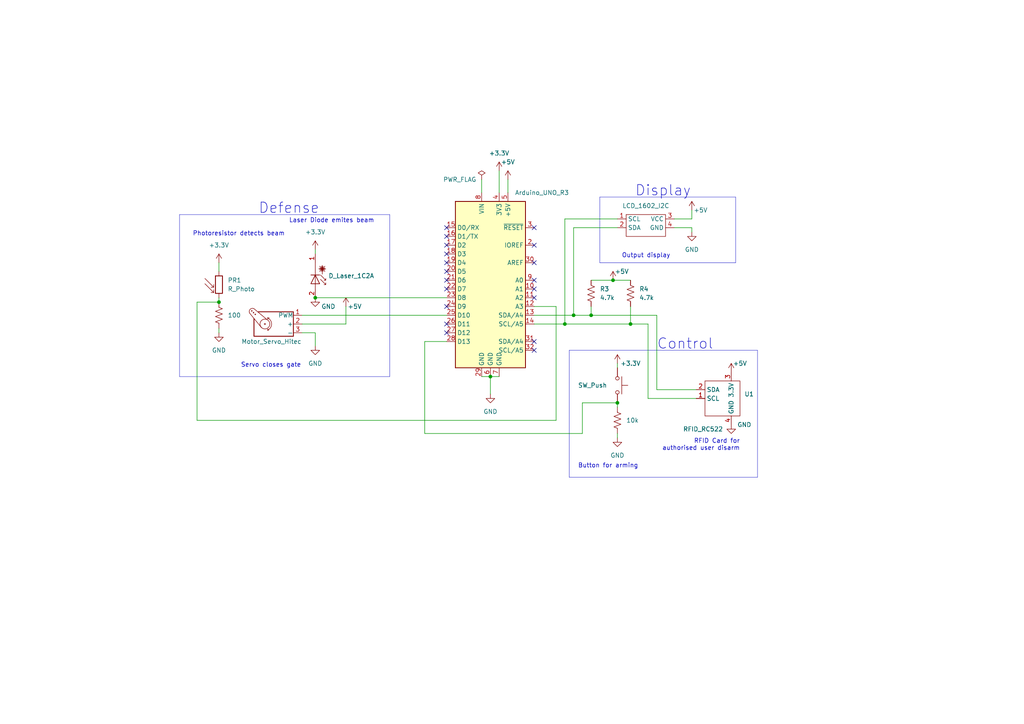
<source format=kicad_sch>
(kicad_sch (version 20211123) (generator eeschema)
  (paper "A4")
  (title_block (title "Laser Security System - Schematic") (date "10/26/2022") (rev "0.5") (company "ECE411 Group 10 Practicum"))
  (lib_symbols
    (symbol "Device:D_Laser_1C2A" (pin_names (offset 1.016) hide)
      (property "Reference" "LD" (at -1.27 4.445 0))
      (property "Value" "D_Laser_1C2A" (at -1.27 -2.54 0))
      (symbol "D_Laser_1C2A_0_1"
        (polyline (pts (xy -4.064 1.27) (xy -2.54 2.794)))
        (polyline (pts (xy -4.064 1.778) (xy -2.54 2.286)))
        (polyline (pts (xy -4.064 2.286) (xy -2.54 1.778)))
        (polyline (pts (xy -4.064 2.794) (xy -2.54 1.27)))
        (polyline (pts (xy -3.556 2.794) (xy -3.048 1.27)))
        (polyline (pts (xy -3.302 2.032) (xy -3.302 1.016)))
        (polyline (pts (xy -3.302 2.032) (xy -3.302 3.048)))
        (polyline (pts (xy -3.048 2.794) (xy -3.556 1.27)))
        (polyline (pts (xy -1.778 2.032) (xy -4.318 2.032)))
        (polyline (pts (xy -1.524 1.27) (xy -1.524 -1.27)) (stroke (width 0.2032)))
        (polyline (pts (xy 1.27 3.048) (xy 0.762 3.048)))
        (polyline (pts (xy 2.54 0) (xy -5.08 0)))
        (polyline (pts (xy -0.254 1.524) (xy 1.27 3.048) (xy 1.27 2.54)))
        (polyline (pts (xy 1.016 1.27) (xy 1.016 -1.27) (xy -1.524 0) (xy 1.016 1.27)) (stroke (width 0.2032)))
        (polyline (pts (xy -1.524 1.524) (xy 0 3.048) (xy 0 2.54) (xy 0 3.048) (xy -0.508 3.048)))
      )
      (symbol "D_Laser_1C2A_1_1"
        (pin passive line (at -7.62 0 0) (length 2.54) (name "K") (number "1"))
        (pin passive line (at 5.08 0 180) (length 2.54) (name "A") (number "2"))
      )
    )
    (symbol "Device:R_Photo" (pin_numbers hide) (pin_names (offset 0))
      (property "Reference" "R" (at 1.27 1.27 0))
      (property "Value" "R_Photo" (at 1.27 0 0))
      (symbol "R_Photo_0_1"
        (rectangle (start -1.016 2.54) (end 1.016 -2.54) (stroke (width 0.254)))
        (polyline (pts (xy -1.524 -2.286) (xy -4.064 0.254)))
        (polyline (pts (xy -1.524 -2.286) (xy -2.286 -2.286)))
        (polyline (pts (xy -1.524 -2.286) (xy -1.524 -1.524)))
        (polyline (pts (xy -1.524 -0.762) (xy -4.064 1.778)))
        (polyline (pts (xy -1.524 -0.762) (xy -2.286 -0.762)))
        (polyline (pts (xy -1.524 -0.762) (xy -1.524 0)))
      )
      (symbol "R_Photo_1_1"
        (pin passive line (at 0 3.81 270) (length 1.27) (name "~") (number "1"))
        (pin passive line (at 0 -3.81 90) (length 1.27) (name "~") (number "2"))
      )
    )
    (symbol "Device:R_US" (pin_numbers hide) (pin_names (offset 0))
      (property "Reference" "R" (at 2.54 0 90))
      (property "Value" "R_US" (at -2.54 0 90))
      (symbol "R_US_0_1"
        (polyline (pts (xy 0 -2.286) (xy 0 -2.54)))
        (polyline (pts (xy 0 2.286) (xy 0 2.54)))
        (polyline (pts (xy 0 -0.762) (xy 1.016 -1.143) (xy 0 -1.524) (xy -1.016 -1.905) (xy 0 -2.286)))
        (polyline (pts (xy 0 0.762) (xy 1.016 0.381) (xy 0 0) (xy -1.016 -0.381) (xy 0 -0.762)))
        (polyline (pts (xy 0 2.286) (xy 1.016 1.905) (xy 0 1.524) (xy -1.016 1.143) (xy 0 0.762)))
      )
      (symbol "R_US_1_1"
        (pin passive line (at 0 3.81 270) (length 1.27) (name "~") (number "1"))
        (pin passive line (at 0 -3.81 90) (length 1.27) (name "~") (number "2"))
      )
    )
    (symbol "I2C:LCD_1602_I2C"
      (property "Value" "LCD_1602_I2C" (at 3.175 7.62 0))
      (symbol "LCD_1602_I2C_0_1"
        (rectangle (start -2.54 5.08) (end 8.89 -1.27))
      )
      (symbol "LCD_1602_I2C_1_1"
        (pin input line (at -5.08 3.81 0) (length 2.54) (name "SCL") (number "1"))
        (pin input line (at -5.08 1.27 0) (length 2.54) (name "SDA") (number "2"))
        (pin power_in line (at 11.43 3.81 180) (length 2.54) (name "VCC") (number "3"))
        (pin power_in line (at 11.43 1.27 180) (length 2.54) (name "GND") (number "4"))
      )
    )
    (symbol "I2C:RFID_RC522"
      (property "Reference" "U1" (at 6.35 -2.5399 0))
      (property "Value" "RFID_RC522" (at -11.43 -12.7 0))
      (symbol "RFID_RC522_0_1"
        (rectangle (start -5.08 1.27) (end 5.08 -8.89))
      )
      (symbol "RFID_RC522_1_1"
        (pin input line (at -7.62 -3.81 0) (length 2.54) (name "SCL") (number "1"))
        (pin input line (at -7.62 -1.27 0) (length 2.54) (name "SDA") (number "2"))
        (pin power_in line (at 2.54 3.81 270) (length 2.54) (name "3.3V") (number "3"))
        (pin power_in line (at 2.54 -11.43 90) (length 2.54) (name "GND") (number "4"))
      )
    )
    (symbol "MCU_Module:Arduino_UNO_R3"
      (property "Reference" "A" (at -10.16 23.495 0))
      (property "Value" "Arduino_UNO_R3" (at 5.08 -26.67 0))
      (symbol "Arduino_UNO_R3_0_1"
        (rectangle (start -10.16 22.86) (end 10.16 -25.4) (stroke (width 0.254)) (fill (type background)))
      )
      (symbol "Arduino_UNO_R3_1_1"
        (pin no_connect line (at -10.16 -20.32 0) (length 2.54) hide (name "NC") (number "1"))
        (pin bidirectional line (at 12.7 -2.54 180) (length 2.54) (name "A1") (number "10"))
        (pin bidirectional line (at 12.7 -5.08 180) (length 2.54) (name "A2") (number "11"))
        (pin bidirectional line (at 12.7 -7.62 180) (length 2.54) (name "A3") (number "12"))
        (pin bidirectional line (at 12.7 -10.16 180) (length 2.54) (name "SDA/A4") (number "13"))
        (pin bidirectional line (at 12.7 -12.7 180) (length 2.54) (name "SCL/A5") (number "14"))
        (pin bidirectional line (at -12.7 15.24 0) (length 2.54) (name "D0/RX") (number "15"))
        (pin bidirectional line (at -12.7 12.7 0) (length 2.54) (name "D1/TX") (number "16"))
        (pin bidirectional line (at -12.7 10.16 0) (length 2.54) (name "D2") (number "17"))
        (pin bidirectional line (at -12.7 7.62 0) (length 2.54) (name "D3") (number "18"))
        (pin bidirectional line (at -12.7 5.08 0) (length 2.54) (name "D4") (number "19"))
        (pin output line (at 12.7 10.16 180) (length 2.54) (name "IOREF") (number "2"))
        (pin bidirectional line (at -12.7 2.54 0) (length 2.54) (name "D5") (number "20"))
        (pin bidirectional line (at -12.7 0 0) (length 2.54) (name "D6") (number "21"))
        (pin bidirectional line (at -12.7 -2.54 0) (length 2.54) (name "D7") (number "22"))
        (pin bidirectional line (at -12.7 -5.08 0) (length 2.54) (name "D8") (number "23"))
        (pin bidirectional line (at -12.7 -7.62 0) (length 2.54) (name "D9") (number "24"))
        (pin bidirectional line (at -12.7 -10.16 0) (length 2.54) (name "D10") (number "25"))
        (pin bidirectional line (at -12.7 -12.7 0) (length 2.54) (name "D11") (number "26"))
        (pin bidirectional line (at -12.7 -15.24 0) (length 2.54) (name "D12") (number "27"))
        (pin bidirectional line (at -12.7 -17.78 0) (length 2.54) (name "D13") (number "28"))
        (pin power_in line (at -2.54 -27.94 90) (length 2.54) (name "GND") (number "29"))
        (pin input line (at 12.7 15.24 180) (length 2.54) (name "~{RESET}") (number "3"))
        (pin input line (at 12.7 5.08 180) (length 2.54) (name "AREF") (number "30"))
        (pin bidirectional line (at 12.7 -17.78 180) (length 2.54) (name "SDA/A4") (number "31"))
        (pin bidirectional line (at 12.7 -20.32 180) (length 2.54) (name "SCL/A5") (number "32"))
        (pin power_out line (at 2.54 25.4 270) (length 2.54) (name "3V3") (number "4"))
        (pin power_out line (at 5.08 25.4 270) (length 2.54) (name "+5V") (number "5"))
        (pin power_in line (at 0 -27.94 90) (length 2.54) (name "GND") (number "6"))
        (pin power_in line (at 2.54 -27.94 90) (length 2.54) (name "GND") (number "7"))
        (pin power_in line (at -2.54 25.4 270) (length 2.54) (name "VIN") (number "8"))
        (pin bidirectional line (at 12.7 0 180) (length 2.54) (name "A0") (number "9"))
      )
    )
    (symbol "Motor:Motor_Servo_Hitec" (pin_names (offset 0.0254))
      (property "Reference" "M" (at -5.08 4.445 0))
      (property "Value" "Motor_Servo_Hitec" (at -5.08 -4.064 0))
      (symbol "Motor_Servo_Hitec_0_1"
        (polyline (pts (xy 2.413 -1.778) (xy 2.032 -1.778)))
        (polyline (pts (xy 2.413 -1.778) (xy 2.286 -1.397)))
        (polyline (pts (xy 2.413 1.778) (xy 1.905 1.778)))
        (polyline (pts (xy 2.413 1.778) (xy 2.286 1.397)))
        (polyline (pts (xy 6.35 4.445) (xy 2.54 1.27)))
        (polyline (pts (xy 7.62 3.175) (xy 4.191 -1.016)))
        (polyline (pts (xy 5.08 3.556) (xy -5.08 3.556) (xy -5.08 -3.556) (xy 6.35 -3.556) (xy 6.35 1.524)) (stroke (width 0.254)))
        (arc (start 2.413 1.778) (mid 1.2406 0) (end 2.413 -1.778))
        (circle (center 3.175 0) (radius 0.1778))
        (circle (center 3.175 0) (radius 1.4224))
        (circle (center 5.969 2.794) (radius 0.127))
        (circle (center 6.477 3.302) (radius 0.127))
        (circle (center 6.985 3.81) (radius 0.127))
        (arc (start 7.62 3.175) (mid 7.4485 4.2735) (end 6.35 4.445))
      )
      (symbol "Motor_Servo_Hitec_1_1"
        (pin passive line (at -7.62 2.54 0) (length 2.54) (name "PWM") (number "1"))
        (pin passive line (at -7.62 0 0) (length 2.54) (name "+") (number "2"))
        (pin passive line (at -7.62 -2.54 0) (length 2.54) (name "-") (number "3"))
      )
    )
    (symbol "Switch:SW_Push" (pin_numbers hide) (pin_names (offset 1.016) hide)
      (property "Reference" "SW" (at 1.27 2.54 0))
      (property "Value" "SW_Push" (at 0 -1.524 0))
      (symbol "SW_Push_0_1"
        (circle (center -2.032 0) (radius 0.508))
        (polyline (pts (xy 0 1.27) (xy 0 3.048)))
        (polyline (pts (xy 2.54 1.27) (xy -2.54 1.27)))
        (circle (center 2.032 0) (radius 0.508))
        (pin passive line (at -5.08 0 0) (length 2.54) (name "1") (number "1"))
        (pin passive line (at 5.08 0 180) (length 2.54) (name "2") (number "2"))
      )
    )
    (symbol "power:+3.3V" (power) (pin_names (offset 0))
      (property "Value" "+3.3V" (at 0 3.556 0))
      (symbol "+3.3V_0_1"
        (polyline (pts (xy -0.762 1.27) (xy 0 2.54)))
        (polyline (pts (xy 0 0) (xy 0 2.54)))
        (polyline (pts (xy 0 2.54) (xy 0.762 1.27)))
      )
      (symbol "+3.3V_1_1"
        (pin power_in line (at 0 0 90) (length 0) hide (name "+3.3V") (number "1"))
      )
    )
    (symbol "power:+5V" (power) (pin_names (offset 0))
      (property "Value" "+5V" (at 0 3.556 0))
      (symbol "+5V_0_1"
        (polyline (pts (xy -0.762 1.27) (xy 0 2.54)))
        (polyline (pts (xy 0 0) (xy 0 2.54)))
        (polyline (pts (xy 0 2.54) (xy 0.762 1.27)))
      )
      (symbol "+5V_1_1"
        (pin power_in line (at 0 0 90) (length 0) hide (name "+5V") (number "1"))
      )
    )
    (symbol "power:GND" (power) (pin_names (offset 0))
      (property "Value" "GND" (at 0 -3.81 0))
      (symbol "GND_0_1"
        (polyline (pts (xy 0 0) (xy 0 -1.27) (xy 1.27 -1.27) (xy 0 -2.54) (xy -1.27 -1.27) (xy 0 -1.27)))
      )
      (symbol "GND_1_1"
        (pin power_in line (at 0 0 270) (length 0) hide (name "GND") (number "1"))
      )
    )
    (symbol "power:PWR_FLAG" (power) (pin_numbers hide) (pin_names (offset 0) hide)
      (property "Value" "PWR_FLAG" (at 0 3.81 0))
      (symbol "PWR_FLAG_0_0"
        (pin power_out line (at 0 0 90) (length 0) (name "pwr") (number "1"))
      )
      (symbol "PWR_FLAG_0_1"
        (polyline (pts (xy 0 0) (xy 0 1.27) (xy -1.016 1.905) (xy 0 2.54) (xy 1.016 1.905) (xy 0 1.27)))
      )
    )
  )
  (junction (at 171.45 91.44))
  (junction (at 166.37 91.44))
  (junction (at 179.07 116.84))
  (junction (at 63.5 87.63))
  (junction (at 163.83 93.98))
  (junction (at 142.24 109.22))
  (junction (at 177.8 81.28))
  (junction (at 91.44 86.36))
  (junction (at 182.88 93.98))
  (no_connect (at 129.54 96.52))
  (no_connect (at 129.54 93.98))
  (no_connect (at 129.54 88.9))
  (no_connect (at 154.94 101.6))
  (no_connect (at 154.94 99.06))
  (no_connect (at 154.94 86.36))
  (no_connect (at 154.94 83.82))
  (no_connect (at 154.94 81.28))
  (no_connect (at 154.94 76.2))
  (no_connect (at 154.94 71.12))
  (no_connect (at 154.94 66.04))
  (no_connect (at 129.54 83.82))
  (no_connect (at 129.54 81.28))
  (no_connect (at 129.54 78.74))
  (no_connect (at 129.54 76.2))
  (no_connect (at 129.54 73.66))
  (no_connect (at 129.54 71.12))
  (no_connect (at 129.54 68.58))
  (no_connect (at 129.54 66.04))
  (wire (pts (xy 147.32 52.07) (xy 147.32 55.88)))
  (wire (pts (xy 179.07 105.41) (xy 179.07 106.68)))
  (wire (pts (xy 190.5 113.03) (xy 201.93 113.03)))
  (wire (pts (xy 123.19 99.06) (xy 129.54 99.06)))
  (wire (pts (xy 154.94 93.98) (xy 163.83 93.98)))
  (polyline (pts (xy 52.07 62.23) (xy 113.03 62.23)) (stroke (width 0.1) (type solid)))
  (wire (pts (xy 195.58 63.5) (xy 200.66 63.5)))
  (wire (pts (xy 91.44 73.66) (xy 91.44 72.39)))
  (wire (pts (xy 163.83 63.5) (xy 179.07 63.5)))
  (wire (pts (xy 166.37 91.44) (xy 166.37 66.04)))
  (wire (pts (xy 171.45 88.9) (xy 171.45 91.44)))
  (polyline (pts (xy 113.03 109.22) (xy 113.03 62.23)) (stroke (width 0.1) (type solid)))
  (polyline (pts (xy 173.99 57.15) (xy 213.36 57.15)) (stroke (width 0.1) (type solid)))
  (wire (pts (xy 100.33 93.98) (xy 100.33 88.9)))
  (polyline (pts (xy 219.71 138.43) (xy 219.71 101.6)) (stroke (width 0.1) (type solid)))
  (polyline (pts (xy 213.36 76.2) (xy 213.36 57.15)) (stroke (width 0.1) (type solid)))
  (wire (pts (xy 87.63 96.52) (xy 91.44 96.52)))
  (wire (pts (xy 171.45 81.28) (xy 177.8 81.28)))
  (wire (pts (xy 57.15 87.63) (xy 57.15 121.92)))
  (wire (pts (xy 168.91 125.73) (xy 123.19 125.73)))
  (polyline (pts (xy 173.99 76.2) (xy 213.36 76.2)) (stroke (width 0.1) (type solid)))
  (wire (pts (xy 63.5 76.2) (xy 63.5 78.74)))
  (wire (pts (xy 139.7 52.07) (xy 139.7 55.88)))
  (wire (pts (xy 166.37 91.44) (xy 171.45 91.44)))
  (wire (pts (xy 154.94 91.44) (xy 166.37 91.44)))
  (wire (pts (xy 87.63 93.98) (xy 100.33 93.98)))
  (wire (pts (xy 200.66 66.04) (xy 200.66 67.31)))
  (wire (pts (xy 171.45 91.44) (xy 190.5 91.44)))
  (wire (pts (xy 63.5 87.63) (xy 57.15 87.63)))
  (wire (pts (xy 177.8 81.28) (xy 182.88 81.28)))
  (polyline (pts (xy 52.07 109.22) (xy 113.03 109.22)) (stroke (width 0.1) (type solid)))
  (wire (pts (xy 200.66 60.96) (xy 200.66 63.5)))
  (wire (pts (xy 123.19 125.73) (xy 123.19 99.06)))
  (polyline (pts (xy 173.99 57.15) (xy 173.99 76.2)) (stroke (width 0.1) (type solid)))
  (polyline (pts (xy 165.1 138.43) (xy 219.71 138.43)) (stroke (width 0.1) (type solid)))
  (wire (pts (xy 63.5 86.36) (xy 63.5 87.63)))
  (wire (pts (xy 182.88 88.9) (xy 182.88 93.98)))
  (wire (pts (xy 179.07 116.84) (xy 168.91 116.84)))
  (wire (pts (xy 87.63 91.44) (xy 129.54 91.44)))
  (wire (pts (xy 163.83 93.98) (xy 182.88 93.98)))
  (wire (pts (xy 187.96 115.57) (xy 201.93 115.57)))
  (wire (pts (xy 63.5 95.25) (xy 63.5 96.52)))
  (wire (pts (xy 195.58 66.04) (xy 200.66 66.04)))
  (wire (pts (xy 91.44 96.52) (xy 91.44 100.33)))
  (wire (pts (xy 187.96 93.98) (xy 187.96 115.57)))
  (polyline (pts (xy 165.1 101.6) (xy 219.71 101.6)) (stroke (width 0.1) (type solid)))
  (polyline (pts (xy 52.07 62.23) (xy 52.07 109.22)) (stroke (width 0.1) (type solid)))
  (wire (pts (xy 163.83 93.98) (xy 163.83 63.5)))
  (wire (pts (xy 144.78 49.53) (xy 144.78 55.88)))
  (polyline (pts (xy 165.1 101.6) (xy 165.1 138.43)) (stroke (width 0.1) (type solid)))
  (wire (pts (xy 179.07 127) (xy 179.07 125.73)))
  (wire (pts (xy 91.44 86.36) (xy 129.54 86.36)))
  (wire (pts (xy 161.29 88.9) (xy 154.94 88.9)))
  (wire (pts (xy 179.07 118.11) (xy 179.07 116.84)))
  (wire (pts (xy 190.5 91.44) (xy 190.5 113.03)))
  (wire (pts (xy 139.7 109.22) (xy 142.24 109.22)))
  (wire (pts (xy 168.91 116.84) (xy 168.91 125.73)))
  (wire (pts (xy 182.88 93.98) (xy 187.96 93.98)))
  (wire (pts (xy 142.24 109.22) (xy 142.24 114.3)))
  (wire (pts (xy 161.29 121.92) (xy 161.29 88.9)))
  (wire (pts (xy 142.24 109.22) (xy 144.78 109.22)))
  (wire (pts (xy 57.15 121.92) (xy 161.29 121.92)))
  (wire (pts (xy 166.37 66.04) (xy 179.07 66.04)))
  (text "Defense" (at 74.93 62.23 0) (effects (font (size 3 3)) (justify left bottom)))
  (text "Servo closes gate" (at 69.85 106.68 0) (effects (font (size 1.27 1.27)) (justify left bottom)))
  (text "Button for arming" (at 167.64 135.89 0) (effects (font (size 1.27 1.27)) (justify left bottom)))
  (text "RFID Card for\nauthorised user disarm" (at 214.63 130.81 180) (effects (font (size 1.27 1.27)) (justify right bottom)))
  (text "Laser Diode emites beam" (at 83.82 64.77 0) (effects (font (size 1.27 1.27)) (justify left bottom)))
  (text "Display" (at 184.15 57.15 0) (effects (font (size 3 3)) (justify left bottom)))
  (text "Output display" (at 180.34 74.93 0) (effects (font (size 1.27 1.27)) (justify left bottom)))
  (text "Photoresistor detects beam" (at 55.88 68.58 0) (effects (font (size 1.27 1.27)) (justify left bottom)))
  (text "Control\n" (at 190.5 101.6 0) (effects (font (size 3 3)) (justify left bottom)))
  (symbol (lib_id "power:GND") (at 91.44 86.36 0) (unit 1)
    (property "Reference" "#PWR0110" (effects hide))
    (property "Value" "GND" (at 95.25 88.9 0))
  )
  (symbol (lib_id "power:+3.3V") (at 179.07 105.41 0) (unit 1)
    (property "Reference" "#PWR0103" (effects hide))
    (property "Value" "+3.3V" (at 182.88 105.41 0))
  )
  (symbol (lib_id "power:GND") (at 179.07 127 0) (unit 1)
    (property "Reference" "#PWR0101" (effects hide))
    (property "Value" "GND" (at 179.07 132.08 0))
  )
  (symbol (lib_id "I2C:LCD_1602_I2C") (at 184.15 67.31 0) (unit 1)
    (property "Reference" "U2" (effects hide))
    (property "Value" "LCD_1602_I2C" (at 187.325 59.69 0))
    (property "Footprint" "Connector_PinHeader_1.00mm:PinHeader_1x04_P1.00mm_Vertical" (effects hide))
  )
  (symbol (lib_id "power:+5V") (at 200.66 60.96 0) (unit 1)
    (property "Reference" "#PWR0116" (effects hide))
    (property "Value" "+5V" (at 203.2 60.96 0))
  )
  (symbol (lib_id "power:GND") (at 142.24 114.3 0) (unit 1)
    (property "Reference" "#PWR0107" (effects hide))
    (property "Value" "GND" (at 142.24 119.38 0))
  )
  (symbol (lib_id "Switch:SW_Push") (at 179.07 111.76 270) (mirror x) (unit 1)
    (property "Reference" "SW1" (effects hide))
    (property "Value" "SW_Push" (at 167.64 111.76 90) (effects (justify left)))
    (property "Footprint" "Connector_PinHeader_2.00mm:PinHeader_1x02_P2.00mm_Vertical" (effects hide))
  )
  (symbol (lib_id "power:+5V") (at 100.33 88.9 0) (unit 1)
    (property "Reference" "#PWR0109" (effects hide))
    (property "Value" "+5V" (at 102.87 88.9 0))
  )
  (symbol (lib_id "Device:R_Photo") (at 63.5 82.55 0) (unit 1)
    (property "Reference" "PR1" (at 66.04 81.2799 0) (effects (justify left)))
    (property "Value" "R_Photo" (at 66.04 83.8199 0) (effects (justify left)))
    (property "Footprint" "Connector_PinHeader_2.00mm:PinHeader_1x02_P2.00mm_Vertical" (effects hide))
  )
  (symbol (lib_id "Device:R_US") (at 171.45 85.09 180) (unit 1)
    (property "Reference" "R3" (at 173.99 83.8199 0) (effects (justify right)))
    (property "Value" "4.7k" (at 173.99 86.3599 0) (effects (justify right)))
    (property "Footprint" "Resistor_SMD:R_1206_3216Metric_Pad1.30x1.75mm_HandSolder" (effects hide))
  )
  (symbol (lib_id "Motor:Motor_Servo_Hitec") (at 80.01 93.98 0) (mirror y) (unit 1)
    (property "Reference" "M1" (effects hide))
    (property "Value" "Motor_Servo_Hitec" (at 78.74 99.06 0))
    (property "Footprint" "Connector_PinHeader_2.00mm:PinHeader_1x03_P2.00mm_Vertical" (effects hide))
    (property "Datasheet" "http://forums.parallax.com/uploads/attachments/46831/74481.png" (effects hide))
  )
  (symbol (lib_id "power:+5V") (at 212.09 107.95 0) (unit 1)
    (property "Reference" "#PWR0104" (effects hide))
    (property "Value" "+5V" (at 214.63 105.41 0))
  )
  (symbol (lib_id "power:+3.3V") (at 91.44 72.39 0) (unit 1)
    (property "Reference" "#PWR0108" (effects hide))
    (property "Value" "+3.3V" (at 91.44 67.31 0))
  )
  (symbol (lib_id "power:PWR_FLAG") (at 139.7 52.07 0) (unit 1)
    (property "Reference" "#FLG0101" (effects hide))
    (property "Value" "PWR_FLAG" (at 133.35 52.07 0))
  )
  (symbol (lib_id "power:GND") (at 212.09 123.19 0) (unit 1)
    (property "Reference" "#PWR0102" (effects hide))
    (property "Value" "GND" (at 215.9 123.19 0))
  )
  (symbol (lib_id "Device:R_US") (at 63.5 91.44 0) (unit 1)
    (property "Reference" "R1" (effects hide))
    (property "Value" "100" (at 66.04 91.4399 0) (effects (justify left)))
    (property "Footprint" "Resistor_SMD:R_1206_3216Metric_Pad1.30x1.75mm_HandSolder" (effects hide))
  )
  (symbol (lib_id "Device:R_US") (at 179.07 121.92 0) (unit 1)
    (property "Reference" "R2" (effects hide))
    (property "Value" "10k" (at 181.61 121.9199 0) (effects (justify left)))
    (property "Footprint" "Resistor_SMD:R_1206_3216Metric_Pad1.30x1.75mm_HandSolder" (effects hide))
  )
  (symbol (lib_id "power:+3.3V") (at 63.5 76.2 0) (unit 1)
    (property "Reference" "#PWR0105" (effects hide))
    (property "Value" "+3.3V" (at 63.5 71.12 0))
  )
  (symbol (lib_id "power:+5V") (at 147.32 52.07 0) (unit 1)
    (property "Reference" "#PWR0113" (effects hide))
    (property "Value" "+5V" (at 147.32 46.99 0))
  )
  (symbol (lib_id "Device:R_US") (at 182.88 85.09 0) (unit 1)
    (property "Reference" "R4" (at 185.42 83.8199 0) (effects (justify left)))
    (property "Value" "4.7k" (at 185.42 86.3599 0) (effects (justify left)))
    (property "Footprint" "Resistor_SMD:R_1206_3216Metric_Pad1.30x1.75mm_HandSolder" (effects hide))
  )
  (symbol (lib_id "I2C:RFID_RC522") (at 209.55 111.76 0) (unit 1)
    (property "Reference" "U1" (at 215.9 114.2999 0) (effects (justify left)))
    (property "Value" "RFID_RC522" (at 198.12 124.46 0) (effects (justify left)))
    (property "Footprint" "Connector_PinHeader_2.00mm:PinHeader_1x04_P2.00mm_Vertical" (effects hide))
  )
  (symbol (lib_id "power:+3.3V") (at 144.78 49.53 0) (unit 1)
    (property "Reference" "#PWR0112" (effects hide))
    (property "Value" "+3.3V" (at 144.78 44.45 0))
  )
  (symbol (lib_id "power:GND") (at 91.44 100.33 0) (unit 1)
    (property "Reference" "#PWR0114" (effects hide))
    (property "Value" "GND" (at 91.44 105.41 0))
  )
  (symbol (lib_id "MCU_Module:Arduino_UNO_R3") (at 142.24 81.28 0) (unit 1)
    (property "Reference" "A1" (effects hide))
    (property "Value" "Arduino_UNO_R3" (at 149.3394 55.88 0) (effects (justify left)))
    (property "Footprint" "Module:Arduino_UNO_R3" (effects hide))
    (property "Datasheet" "https://www.arduino.cc/en/Main/arduinoBoardUno" (effects hide))
  )
  (symbol (lib_id "Device:D_Laser_1C2A") (at 91.44 81.28 270) (unit 1)
    (property "Reference" "LD1" (effects hide))
    (property "Value" "D_Laser_1C2A" (at 95.25 80.0099 90) (effects (justify left)))
    (property "Footprint" "Connector_PinHeader_2.00mm:PinHeader_1x02_P2.00mm_Vertical" (effects hide))
  )
  (symbol (lib_id "power:+5V") (at 177.8 81.28 0) (unit 1)
    (property "Reference" "#PWR0117" (effects hide))
    (property "Value" "+5V" (at 180.34 78.74 0))
  )
  (symbol (lib_id "power:GND") (at 63.5 96.52 0) (unit 1)
    (property "Reference" "#PWR0106" (effects hide))
    (property "Value" "GND" (at 63.5 101.6 0))
  )
  (symbol (lib_id "power:GND") (at 200.66 67.31 0) (unit 1)
    (property "Reference" "#PWR0115" (effects hide))
    (property "Value" "GND" (at 200.66 72.39 0))
  )
)
</source>
